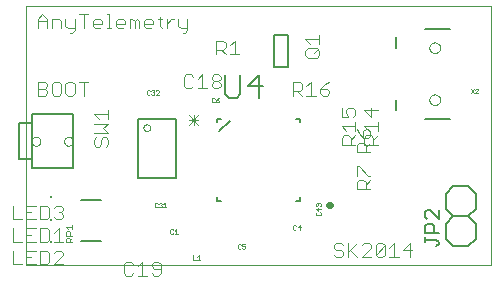
<source format=gto>
G75*
%MOIN*%
%OFA0B0*%
%FSLAX24Y24*%
%IPPOS*%
%LPD*%
%AMOC8*
5,1,8,0,0,1.08239X$1,22.5*
%
%ADD10C,0.0000*%
%ADD11C,0.0040*%
%ADD12C,0.0010*%
%ADD13C,0.0080*%
%ADD14C,0.0060*%
%ADD15C,0.0030*%
%ADD16C,0.0050*%
%ADD17C,0.0020*%
%ADD18C,0.0220*%
%ADD19R,0.0098X0.0098*%
D10*
X005150Y004018D02*
X005150Y012639D01*
X020645Y012639D01*
X020645Y004018D01*
X005150Y004018D01*
X005336Y008143D02*
X005338Y008167D01*
X005344Y008190D01*
X005353Y008212D01*
X005366Y008232D01*
X005381Y008250D01*
X005400Y008265D01*
X005421Y008277D01*
X005443Y008285D01*
X005466Y008290D01*
X005490Y008291D01*
X005514Y008288D01*
X005536Y008281D01*
X005558Y008271D01*
X005578Y008258D01*
X005595Y008241D01*
X005609Y008222D01*
X005620Y008201D01*
X005628Y008178D01*
X005632Y008155D01*
X005632Y008131D01*
X005628Y008108D01*
X005620Y008085D01*
X005609Y008064D01*
X005595Y008045D01*
X005578Y008028D01*
X005558Y008015D01*
X005536Y008005D01*
X005514Y007998D01*
X005490Y007995D01*
X005466Y007996D01*
X005443Y008001D01*
X005421Y008009D01*
X005400Y008021D01*
X005381Y008036D01*
X005366Y008054D01*
X005353Y008074D01*
X005344Y008096D01*
X005338Y008119D01*
X005336Y008143D01*
X006418Y008143D02*
X006420Y008167D01*
X006426Y008190D01*
X006435Y008212D01*
X006448Y008232D01*
X006463Y008250D01*
X006482Y008265D01*
X006503Y008277D01*
X006525Y008285D01*
X006548Y008290D01*
X006572Y008291D01*
X006596Y008288D01*
X006618Y008281D01*
X006640Y008271D01*
X006660Y008258D01*
X006677Y008241D01*
X006691Y008222D01*
X006702Y008201D01*
X006710Y008178D01*
X006714Y008155D01*
X006714Y008131D01*
X006710Y008108D01*
X006702Y008085D01*
X006691Y008064D01*
X006677Y008045D01*
X006660Y008028D01*
X006640Y008015D01*
X006618Y008005D01*
X006596Y007998D01*
X006572Y007995D01*
X006548Y007996D01*
X006525Y008001D01*
X006503Y008009D01*
X006482Y008021D01*
X006463Y008036D01*
X006448Y008054D01*
X006435Y008074D01*
X006426Y008096D01*
X006420Y008119D01*
X006418Y008143D01*
X018598Y009527D02*
X018600Y009553D01*
X018606Y009579D01*
X018616Y009604D01*
X018629Y009627D01*
X018645Y009647D01*
X018665Y009665D01*
X018687Y009680D01*
X018710Y009692D01*
X018736Y009700D01*
X018762Y009704D01*
X018788Y009704D01*
X018814Y009700D01*
X018840Y009692D01*
X018864Y009680D01*
X018885Y009665D01*
X018905Y009647D01*
X018921Y009627D01*
X018934Y009604D01*
X018944Y009579D01*
X018950Y009553D01*
X018952Y009527D01*
X018950Y009501D01*
X018944Y009475D01*
X018934Y009450D01*
X018921Y009427D01*
X018905Y009407D01*
X018885Y009389D01*
X018863Y009374D01*
X018840Y009362D01*
X018814Y009354D01*
X018788Y009350D01*
X018762Y009350D01*
X018736Y009354D01*
X018710Y009362D01*
X018686Y009374D01*
X018665Y009389D01*
X018645Y009407D01*
X018629Y009427D01*
X018616Y009450D01*
X018606Y009475D01*
X018600Y009501D01*
X018598Y009527D01*
X018598Y011259D02*
X018600Y011285D01*
X018606Y011311D01*
X018616Y011336D01*
X018629Y011359D01*
X018645Y011379D01*
X018665Y011397D01*
X018687Y011412D01*
X018710Y011424D01*
X018736Y011432D01*
X018762Y011436D01*
X018788Y011436D01*
X018814Y011432D01*
X018840Y011424D01*
X018864Y011412D01*
X018885Y011397D01*
X018905Y011379D01*
X018921Y011359D01*
X018934Y011336D01*
X018944Y011311D01*
X018950Y011285D01*
X018952Y011259D01*
X018950Y011233D01*
X018944Y011207D01*
X018934Y011182D01*
X018921Y011159D01*
X018905Y011139D01*
X018885Y011121D01*
X018863Y011106D01*
X018840Y011094D01*
X018814Y011086D01*
X018788Y011082D01*
X018762Y011082D01*
X018736Y011086D01*
X018710Y011094D01*
X018686Y011106D01*
X018665Y011121D01*
X018645Y011139D01*
X018629Y011159D01*
X018616Y011182D01*
X018606Y011207D01*
X018600Y011233D01*
X018598Y011259D01*
D11*
X005010Y004038D02*
X004703Y004038D01*
X004703Y004499D01*
X004703Y004788D02*
X005010Y004788D01*
X005164Y004788D02*
X005471Y004788D01*
X005624Y004788D02*
X005854Y004788D01*
X005931Y004865D01*
X005931Y005172D01*
X005854Y005249D01*
X005624Y005249D01*
X005624Y004788D01*
X006085Y004788D02*
X006392Y004788D01*
X006238Y004788D02*
X006238Y005249D01*
X006085Y005095D01*
X006161Y005538D02*
X006085Y005615D01*
X006161Y005538D02*
X006315Y005538D01*
X006392Y005615D01*
X006392Y005692D01*
X006315Y005769D01*
X006238Y005769D01*
X006315Y005769D02*
X006392Y005845D01*
X006392Y005922D01*
X006315Y005999D01*
X006161Y005999D01*
X006085Y005922D01*
X005931Y005922D02*
X005854Y005999D01*
X005624Y005999D01*
X005624Y005538D01*
X005854Y005538D01*
X005931Y005615D01*
X005931Y005922D01*
X005471Y005999D02*
X005164Y005999D01*
X005164Y005538D01*
X005471Y005538D01*
X005471Y005249D02*
X005164Y005249D01*
X005164Y004788D01*
X005164Y005019D02*
X005317Y005019D01*
X004703Y005249D02*
X004703Y004788D01*
X005164Y004499D02*
X005164Y004038D01*
X005471Y004038D01*
X005624Y004038D02*
X005854Y004038D01*
X005931Y004115D01*
X005931Y004422D01*
X005854Y004499D01*
X005624Y004499D01*
X005624Y004038D01*
X006085Y004038D02*
X006392Y004345D01*
X006392Y004422D01*
X006315Y004499D01*
X006161Y004499D01*
X006085Y004422D01*
X006085Y004038D02*
X006392Y004038D01*
X005471Y004499D02*
X005164Y004499D01*
X005164Y004269D02*
X005317Y004269D01*
X005010Y005538D02*
X004703Y005538D01*
X004703Y005999D01*
X005164Y005769D02*
X005317Y005769D01*
X008414Y004047D02*
X008414Y003740D01*
X008491Y003663D01*
X008644Y003663D01*
X008721Y003740D01*
X008874Y003663D02*
X009181Y003663D01*
X009028Y003663D02*
X009028Y004124D01*
X008874Y003970D01*
X008721Y004047D02*
X008644Y004124D01*
X008491Y004124D01*
X008414Y004047D01*
X009335Y004047D02*
X009335Y003970D01*
X009411Y003894D01*
X009642Y003894D01*
X009642Y004047D02*
X009642Y003740D01*
X009565Y003663D01*
X009411Y003663D01*
X009335Y003740D01*
X009335Y004047D02*
X009411Y004124D01*
X009565Y004124D01*
X009642Y004047D01*
X015420Y004365D02*
X015497Y004288D01*
X015650Y004288D01*
X015727Y004365D01*
X015727Y004442D01*
X015650Y004519D01*
X015497Y004519D01*
X015420Y004595D01*
X015420Y004672D01*
X015497Y004749D01*
X015650Y004749D01*
X015727Y004672D01*
X015880Y004749D02*
X015880Y004288D01*
X015880Y004442D02*
X016187Y004749D01*
X016341Y004672D02*
X016418Y004749D01*
X016571Y004749D01*
X016648Y004672D01*
X016648Y004595D01*
X016341Y004288D01*
X016648Y004288D01*
X016801Y004365D02*
X017108Y004672D01*
X017108Y004365D01*
X017031Y004288D01*
X016878Y004288D01*
X016801Y004365D01*
X016801Y004672D01*
X016878Y004749D01*
X017031Y004749D01*
X017108Y004672D01*
X017262Y004595D02*
X017415Y004749D01*
X017415Y004288D01*
X017262Y004288D02*
X017568Y004288D01*
X017722Y004519D02*
X018029Y004519D01*
X017952Y004749D02*
X017722Y004519D01*
X017952Y004288D02*
X017952Y004749D01*
X016187Y004288D02*
X015957Y004519D01*
X016170Y006538D02*
X016170Y006769D01*
X016246Y006845D01*
X016400Y006845D01*
X016477Y006769D01*
X016477Y006538D01*
X016630Y006538D02*
X016170Y006538D01*
X016477Y006692D02*
X016630Y006845D01*
X016630Y006999D02*
X016553Y006999D01*
X016246Y007306D01*
X016170Y007306D01*
X016170Y006999D01*
X016170Y007788D02*
X016170Y008019D01*
X016246Y008095D01*
X016400Y008095D01*
X016477Y008019D01*
X016477Y007788D01*
X016630Y007788D02*
X016170Y007788D01*
X016477Y007942D02*
X016630Y008095D01*
X016727Y008032D02*
X016727Y008262D01*
X016650Y008339D01*
X016496Y008339D01*
X016420Y008262D01*
X016420Y008032D01*
X016880Y008032D01*
X016727Y008186D02*
X016880Y008339D01*
X016880Y008493D02*
X016880Y008799D01*
X016880Y008646D02*
X016420Y008646D01*
X016573Y008493D01*
X016630Y008479D02*
X016553Y008556D01*
X016477Y008556D01*
X016400Y008479D01*
X016400Y008249D01*
X016553Y008249D01*
X016630Y008325D01*
X016630Y008479D01*
X016400Y008249D02*
X016246Y008402D01*
X016170Y008556D01*
X016130Y008493D02*
X016130Y008799D01*
X016130Y008646D02*
X015670Y008646D01*
X015823Y008493D01*
X015746Y008339D02*
X015900Y008339D01*
X015977Y008262D01*
X015977Y008032D01*
X016130Y008032D02*
X015670Y008032D01*
X015670Y008262D01*
X015746Y008339D01*
X015977Y008186D02*
X016130Y008339D01*
X016053Y008953D02*
X016130Y009030D01*
X016130Y009183D01*
X016053Y009260D01*
X015900Y009260D01*
X015823Y009183D01*
X015823Y009106D01*
X015900Y008953D01*
X015670Y008953D01*
X015670Y009260D01*
X015190Y009663D02*
X015267Y009740D01*
X015267Y009817D01*
X015190Y009894D01*
X014960Y009894D01*
X014960Y009740D01*
X015036Y009663D01*
X015190Y009663D01*
X014960Y009894D02*
X015113Y010047D01*
X015267Y010124D01*
X014653Y010124D02*
X014653Y009663D01*
X014806Y009663D02*
X014499Y009663D01*
X014346Y009663D02*
X014192Y009817D01*
X014269Y009817D02*
X014039Y009817D01*
X014039Y009663D02*
X014039Y010124D01*
X014269Y010124D01*
X014346Y010047D01*
X014346Y009894D01*
X014269Y009817D01*
X014499Y009970D02*
X014653Y010124D01*
X014534Y010931D02*
X014457Y011008D01*
X014457Y011162D01*
X014534Y011238D01*
X014841Y011238D01*
X014917Y011162D01*
X014917Y011008D01*
X014841Y010931D01*
X014534Y010931D01*
X014764Y011085D02*
X014917Y011238D01*
X014917Y011392D02*
X014917Y011699D01*
X014917Y011545D02*
X014457Y011545D01*
X014610Y011392D01*
X012267Y011038D02*
X011960Y011038D01*
X012113Y011038D02*
X012113Y011499D01*
X011960Y011345D01*
X011806Y011269D02*
X011729Y011192D01*
X011499Y011192D01*
X011653Y011192D02*
X011806Y011038D01*
X011499Y011038D02*
X011499Y011499D01*
X011729Y011499D01*
X011806Y011422D01*
X011806Y011269D01*
X010533Y011837D02*
X010456Y011760D01*
X010379Y011760D01*
X010302Y011913D02*
X010533Y011913D01*
X010533Y011837D02*
X010533Y012220D01*
X010226Y012220D02*
X010226Y011990D01*
X010302Y011913D01*
X010072Y012220D02*
X009995Y012220D01*
X009842Y012067D01*
X009842Y012220D02*
X009842Y011913D01*
X009689Y011913D02*
X009612Y011990D01*
X009612Y012297D01*
X009535Y012220D02*
X009689Y012220D01*
X009382Y012144D02*
X009382Y012067D01*
X009075Y012067D01*
X009075Y012144D02*
X009151Y012220D01*
X009305Y012220D01*
X009382Y012144D01*
X009305Y011913D02*
X009151Y011913D01*
X009075Y011990D01*
X009075Y012144D01*
X008921Y012144D02*
X008921Y011913D01*
X008768Y011913D02*
X008768Y012144D01*
X008844Y012220D01*
X008921Y012144D01*
X008768Y012144D02*
X008691Y012220D01*
X008614Y012220D01*
X008614Y011913D01*
X008461Y012067D02*
X008154Y012067D01*
X008154Y012144D02*
X008231Y012220D01*
X008384Y012220D01*
X008461Y012144D01*
X008461Y012067D01*
X008384Y011913D02*
X008231Y011913D01*
X008154Y011990D01*
X008154Y012144D01*
X008000Y011913D02*
X007847Y011913D01*
X007924Y011913D02*
X007924Y012374D01*
X007847Y012374D01*
X007617Y012220D02*
X007693Y012144D01*
X007693Y012067D01*
X007387Y012067D01*
X007387Y012144D02*
X007463Y012220D01*
X007617Y012220D01*
X007387Y012144D02*
X007387Y011990D01*
X007463Y011913D01*
X007617Y011913D01*
X007080Y011913D02*
X007080Y012374D01*
X007233Y012374D02*
X006926Y012374D01*
X006773Y012220D02*
X006773Y011837D01*
X006696Y011760D01*
X006619Y011760D01*
X006543Y011913D02*
X006773Y011913D01*
X006543Y011913D02*
X006466Y011990D01*
X006466Y012220D01*
X006312Y012144D02*
X006312Y011913D01*
X006312Y012144D02*
X006236Y012220D01*
X006005Y012220D01*
X006005Y011913D01*
X005852Y011913D02*
X005852Y012220D01*
X005698Y012374D01*
X005545Y012220D01*
X005545Y011913D01*
X005545Y012144D02*
X005852Y012144D01*
X005775Y010124D02*
X005545Y010124D01*
X005545Y009663D01*
X005775Y009663D01*
X005852Y009740D01*
X005852Y009817D01*
X005775Y009894D01*
X005545Y009894D01*
X005775Y009894D02*
X005852Y009970D01*
X005852Y010047D01*
X005775Y010124D01*
X006005Y010047D02*
X006005Y009740D01*
X006082Y009663D01*
X006236Y009663D01*
X006312Y009740D01*
X006312Y010047D01*
X006236Y010124D01*
X006082Y010124D01*
X006005Y010047D01*
X006466Y010047D02*
X006466Y009740D01*
X006543Y009663D01*
X006696Y009663D01*
X006773Y009740D01*
X006773Y010047D01*
X006696Y010124D01*
X006543Y010124D01*
X006466Y010047D01*
X006926Y010124D02*
X007233Y010124D01*
X007080Y010124D02*
X007080Y009663D01*
X007883Y009191D02*
X007883Y008884D01*
X007883Y008731D02*
X007423Y008731D01*
X007576Y008884D02*
X007423Y009037D01*
X007883Y009037D01*
X007883Y008731D02*
X007729Y008577D01*
X007883Y008424D01*
X007423Y008424D01*
X007499Y008270D02*
X007423Y008193D01*
X007423Y008040D01*
X007499Y007963D01*
X007576Y007963D01*
X007653Y008040D01*
X007653Y008193D01*
X007729Y008270D01*
X007806Y008270D01*
X007883Y008193D01*
X007883Y008040D01*
X007806Y007963D01*
X010414Y009990D02*
X010491Y009913D01*
X010644Y009913D01*
X010721Y009990D01*
X010874Y009913D02*
X011181Y009913D01*
X011028Y009913D02*
X011028Y010374D01*
X010874Y010220D01*
X010721Y010297D02*
X010644Y010374D01*
X010491Y010374D01*
X010414Y010297D01*
X010414Y009990D01*
X011335Y009990D02*
X011335Y010067D01*
X011411Y010144D01*
X011565Y010144D01*
X011642Y010067D01*
X011642Y009990D01*
X011565Y009913D01*
X011411Y009913D01*
X011335Y009990D01*
X011411Y010144D02*
X011335Y010220D01*
X011335Y010297D01*
X011411Y010374D01*
X011565Y010374D01*
X011642Y010297D01*
X011642Y010220D01*
X011565Y010144D01*
X016420Y009183D02*
X016650Y008953D01*
X016650Y009260D01*
X016880Y009183D02*
X016420Y009183D01*
D12*
X019985Y009738D02*
X020085Y009888D01*
X020133Y009863D02*
X020158Y009888D01*
X020208Y009888D01*
X020233Y009863D01*
X020233Y009838D01*
X020133Y009738D01*
X020233Y009738D01*
X020085Y009738D02*
X019985Y009888D01*
X014970Y006043D02*
X014970Y005993D01*
X014945Y005968D01*
X014895Y005921D02*
X014895Y005821D01*
X014820Y005896D01*
X014970Y005896D01*
X014945Y005773D02*
X014970Y005748D01*
X014970Y005698D01*
X014945Y005673D01*
X014845Y005673D01*
X014820Y005698D01*
X014820Y005748D01*
X014845Y005773D01*
X014845Y005968D02*
X014820Y005993D01*
X014820Y006043D01*
X014845Y006068D01*
X014870Y006068D01*
X014895Y006043D01*
X014920Y006068D01*
X014945Y006068D01*
X014970Y006043D01*
X014895Y006043D02*
X014895Y006018D01*
X014277Y005348D02*
X014202Y005273D01*
X014302Y005273D01*
X014277Y005198D02*
X014277Y005348D01*
X014155Y005323D02*
X014130Y005348D01*
X014080Y005348D01*
X014055Y005323D01*
X014055Y005223D01*
X014080Y005198D01*
X014130Y005198D01*
X014155Y005223D01*
X012458Y004713D02*
X012358Y004713D01*
X012358Y004638D01*
X012408Y004663D01*
X012433Y004663D01*
X012458Y004638D01*
X012458Y004588D01*
X012433Y004563D01*
X012383Y004563D01*
X012358Y004588D01*
X012310Y004588D02*
X012285Y004563D01*
X012235Y004563D01*
X012210Y004588D01*
X012210Y004688D01*
X012235Y004713D01*
X012285Y004713D01*
X012310Y004688D01*
X010958Y004188D02*
X010858Y004188D01*
X010810Y004188D02*
X010710Y004188D01*
X010710Y004338D01*
X010858Y004288D02*
X010908Y004338D01*
X010908Y004188D01*
X010208Y005063D02*
X010108Y005063D01*
X010158Y005063D02*
X010158Y005213D01*
X010108Y005163D01*
X010060Y005188D02*
X010035Y005213D01*
X009985Y005213D01*
X009960Y005188D01*
X009960Y005088D01*
X009985Y005063D01*
X010035Y005063D01*
X010060Y005088D01*
X009833Y005938D02*
X009733Y005938D01*
X009783Y005938D02*
X009783Y006088D01*
X009733Y006038D01*
X009685Y006038D02*
X009660Y006013D01*
X009685Y005988D01*
X009685Y005963D01*
X009660Y005938D01*
X009610Y005938D01*
X009585Y005963D01*
X009538Y005963D02*
X009513Y005938D01*
X009463Y005938D01*
X009438Y005963D01*
X009438Y006063D01*
X009463Y006088D01*
X009513Y006088D01*
X009538Y006063D01*
X009585Y006063D02*
X009610Y006088D01*
X009660Y006088D01*
X009685Y006063D01*
X009685Y006038D01*
X009660Y006013D02*
X009635Y006013D01*
X011360Y009438D02*
X011410Y009438D01*
X011435Y009463D01*
X011483Y009463D02*
X011508Y009438D01*
X011558Y009438D01*
X011583Y009463D01*
X011583Y009488D01*
X011558Y009513D01*
X011483Y009513D01*
X011483Y009463D01*
X011483Y009513D02*
X011533Y009563D01*
X011583Y009588D01*
X011435Y009563D02*
X011410Y009588D01*
X011360Y009588D01*
X011335Y009563D01*
X011335Y009463D01*
X011360Y009438D01*
X009575Y009698D02*
X009475Y009698D01*
X009575Y009798D01*
X009575Y009823D01*
X009550Y009848D01*
X009500Y009848D01*
X009475Y009823D01*
X009427Y009823D02*
X009427Y009798D01*
X009402Y009773D01*
X009427Y009748D01*
X009427Y009723D01*
X009402Y009698D01*
X009352Y009698D01*
X009327Y009723D01*
X009280Y009723D02*
X009255Y009698D01*
X009205Y009698D01*
X009180Y009723D01*
X009180Y009823D01*
X009205Y009848D01*
X009255Y009848D01*
X009280Y009823D01*
X009327Y009823D02*
X009352Y009848D01*
X009402Y009848D01*
X009427Y009823D01*
X009402Y009773D02*
X009377Y009773D01*
D13*
X011800Y009722D02*
X011923Y009598D01*
X012170Y009598D01*
X012294Y009722D01*
X012294Y010339D01*
X012555Y009969D02*
X012925Y010339D01*
X012925Y009598D01*
X013049Y009969D02*
X012555Y009969D01*
X011800Y009722D02*
X011800Y010339D01*
X013413Y010611D02*
X013413Y011676D01*
X013887Y011676D01*
X013887Y010611D01*
X013413Y010611D01*
X017476Y011259D02*
X017476Y011614D01*
X018460Y011889D02*
X019287Y011889D01*
X017476Y009527D02*
X017476Y009173D01*
X018460Y008897D02*
X019287Y008897D01*
X007650Y006168D02*
X007000Y006168D01*
X007000Y004818D02*
X007650Y004818D01*
D14*
X011520Y006138D02*
X011520Y006268D01*
X011520Y006138D02*
X011650Y006138D01*
X014150Y006138D02*
X014280Y006138D01*
X014280Y006268D01*
X011950Y008828D02*
X011590Y008468D01*
X011520Y008768D02*
X011520Y008898D01*
X011650Y008898D01*
X014150Y008898D02*
X014280Y008898D01*
X014280Y008768D01*
X019150Y006393D02*
X019150Y005893D01*
X019400Y005643D01*
X019900Y005643D01*
X020150Y005893D01*
X020150Y006393D01*
X019900Y006643D01*
X019400Y006643D01*
X019150Y006393D01*
X019400Y005643D02*
X019150Y005393D01*
X019150Y004893D01*
X019400Y004643D01*
X019900Y004643D01*
X020150Y004893D01*
X020150Y005393D01*
X019900Y005643D01*
D15*
X010899Y008692D02*
X010585Y009005D01*
X010899Y008692D01*
X010899Y008849D02*
X010585Y008849D01*
X010899Y008849D01*
X010899Y009005D02*
X010585Y008692D01*
X010899Y009005D01*
X010742Y009005D02*
X010742Y008692D01*
X010742Y009005D01*
D16*
X010155Y008878D02*
X010155Y006909D01*
X008895Y006909D01*
X008895Y008878D01*
X010155Y008878D01*
X006706Y009043D02*
X006706Y007244D01*
X005344Y007244D01*
X005344Y009043D01*
X006706Y009043D01*
X005325Y008743D02*
X004925Y008743D01*
X004925Y007543D01*
X005325Y007543D01*
X018455Y005784D02*
X018455Y005634D01*
X018530Y005559D01*
X018530Y005399D02*
X018680Y005399D01*
X018755Y005324D01*
X018755Y005099D01*
X018905Y005099D02*
X018455Y005099D01*
X018455Y005324D01*
X018530Y005399D01*
X018905Y005559D02*
X018605Y005859D01*
X018530Y005859D01*
X018455Y005784D01*
X018905Y005859D02*
X018905Y005559D01*
X018455Y004939D02*
X018455Y004788D01*
X018455Y004863D02*
X018830Y004863D01*
X018905Y004788D01*
X018905Y004713D01*
X018830Y004638D01*
D17*
X009063Y008593D02*
X009065Y008614D01*
X009071Y008633D01*
X009080Y008652D01*
X009092Y008668D01*
X009108Y008682D01*
X009125Y008693D01*
X009144Y008701D01*
X009165Y008705D01*
X009185Y008705D01*
X009206Y008701D01*
X009225Y008693D01*
X009242Y008682D01*
X009258Y008668D01*
X009270Y008652D01*
X009279Y008633D01*
X009285Y008614D01*
X009287Y008593D01*
X009285Y008572D01*
X009279Y008553D01*
X009270Y008534D01*
X009258Y008518D01*
X009242Y008504D01*
X009225Y008493D01*
X009206Y008485D01*
X009185Y008481D01*
X009165Y008481D01*
X009144Y008485D01*
X009125Y008493D01*
X009108Y008504D01*
X009092Y008518D01*
X009080Y008534D01*
X009071Y008553D01*
X009065Y008572D01*
X009063Y008593D01*
X006690Y005367D02*
X006690Y005220D01*
X006690Y005294D02*
X006470Y005294D01*
X006543Y005220D01*
X006507Y005146D02*
X006580Y005146D01*
X006617Y005109D01*
X006617Y004999D01*
X006690Y004999D02*
X006470Y004999D01*
X006470Y005109D01*
X006507Y005146D01*
X006507Y004925D02*
X006580Y004925D01*
X006617Y004888D01*
X006617Y004778D01*
X006690Y004778D02*
X006470Y004778D01*
X006470Y004888D01*
X006507Y004925D01*
X006617Y004852D02*
X006690Y004925D01*
D18*
X015263Y006018D02*
X015287Y006018D01*
D19*
X005976Y006268D03*
X005976Y005518D03*
X005976Y004768D03*
M02*

</source>
